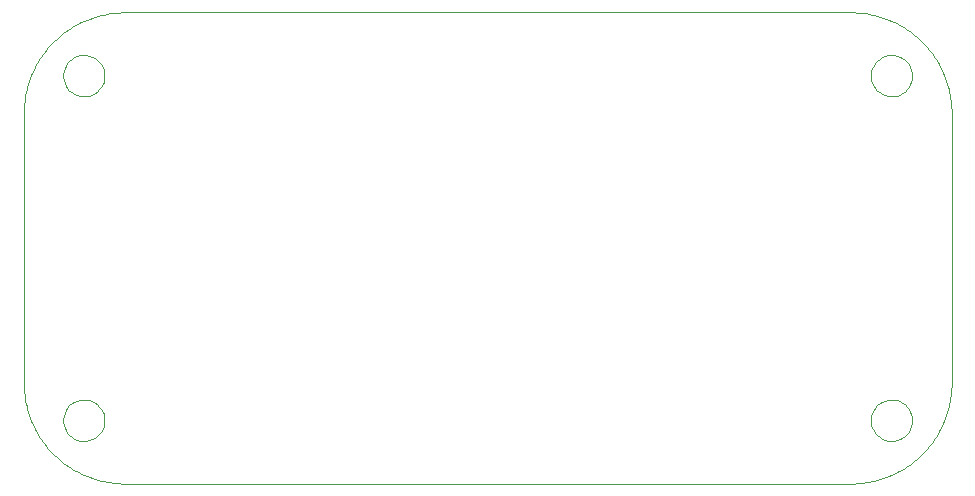
<source format=gm1>
G04*
G04 #@! TF.GenerationSoftware,Altium Limited,Altium Designer,21.0.8 (223)*
G04*
G04 Layer_Color=16711935*
%FSLAX25Y25*%
%MOIN*%
G70*
G04*
G04 #@! TF.SameCoordinates,8621C9AB-2149-4D62-AE91-D054FA90F696*
G04*
G04*
G04 #@! TF.FilePolarity,Positive*
G04*
G01*
G75*
%ADD12C,0.00394*%
D12*
X472Y39517D02*
X487Y38522D01*
X531Y37527D01*
X605Y36534D01*
X708Y35543D01*
X841Y34556D01*
X1002Y33574D01*
X1193Y32596D01*
X1412Y31625D01*
X1661Y30661D01*
X1937Y29704D01*
X2242Y28756D01*
X2575Y27818D01*
X2936Y26890D01*
X3324Y25972D01*
X3739Y25067D01*
X4180Y24174D01*
X4648Y23295D01*
X5141Y22431D01*
X5661Y21581D01*
X6204Y20747D01*
X6773Y19929D01*
X7365Y19129D01*
X7981Y18346D01*
X8620Y17582D01*
X9281Y16838D01*
X9964Y16113D01*
X10668Y15409D01*
X11393Y14726D01*
X12138Y14065D01*
X12902Y13426D01*
X13684Y12810D01*
X14484Y12218D01*
X15302Y11649D01*
X16136Y11105D01*
X16986Y10586D01*
X17851Y10092D01*
X18730Y9625D01*
X19622Y9183D01*
X20528Y8768D01*
X21445Y8381D01*
X22373Y8020D01*
X23312Y7687D01*
X24260Y7382D01*
X25216Y7106D01*
X26180Y6857D01*
X27152Y6638D01*
X28129Y6447D01*
X29112Y6285D01*
X30099Y6153D01*
X31089Y6050D01*
X32082Y5976D01*
X33077Y5932D01*
X34072Y5917D01*
X276124D02*
X277120Y5932D01*
X278115Y5976D01*
X279108Y6050D01*
X280098Y6153D01*
X281085Y6286D01*
X282068Y6447D01*
X283045Y6638D01*
X284017Y6857D01*
X284981Y7106D01*
X285938Y7382D01*
X286885Y7687D01*
X287824Y8020D01*
X288752Y8381D01*
X289669Y8768D01*
X290575Y9183D01*
X291467Y9625D01*
X292346Y10093D01*
X293211Y10586D01*
X294061Y11105D01*
X294895Y11649D01*
X295713Y12218D01*
X296513Y12810D01*
X297295Y13426D01*
X298059Y14065D01*
X298804Y14726D01*
X299529Y15409D01*
X300233Y16113D01*
X300916Y16838D01*
X301577Y17583D01*
X302216Y18347D01*
X302832Y19129D01*
X303424Y19929D01*
X303993Y20747D01*
X304537Y21581D01*
X305055Y22431D01*
X305549Y23296D01*
X306017Y24175D01*
X306458Y25067D01*
X306873Y25973D01*
X307261Y26890D01*
X307622Y27818D01*
X307955Y28756D01*
X308260Y29704D01*
X308536Y30661D01*
X308784Y31625D01*
X309004Y32597D01*
X309195Y33574D01*
X309356Y34557D01*
X309489Y35544D01*
X309592Y36534D01*
X309665Y37527D01*
X309710Y38522D01*
X309724Y39517D01*
Y129400D02*
X309710Y130396D01*
X309665Y131391D01*
X309592Y132384D01*
X309489Y133374D01*
X309356Y134361D01*
X309195Y135344D01*
X309004Y136321D01*
X308784Y137292D01*
X308536Y138257D01*
X308260Y139213D01*
X307955Y140161D01*
X307622Y141100D01*
X307261Y142028D01*
X306873Y142945D01*
X306458Y143850D01*
X306017Y144743D01*
X305549Y145622D01*
X305055Y146487D01*
X304536Y147336D01*
X303992Y148170D01*
X303424Y148988D01*
X302832Y149788D01*
X302216Y150571D01*
X301577Y151335D01*
X300916Y152079D01*
X300233Y152804D01*
X299529Y153508D01*
X298804Y154191D01*
X298059Y154852D01*
X297295Y155491D01*
X296513Y156107D01*
X295712Y156700D01*
X294895Y157268D01*
X294061Y157812D01*
X293211Y158331D01*
X292346Y158825D01*
X291467Y159292D01*
X290575Y159734D01*
X289669Y160149D01*
X288752Y160537D01*
X287824Y160897D01*
X286885Y161230D01*
X285938Y161535D01*
X284981Y161812D01*
X284017Y162060D01*
X283045Y162279D01*
X282068Y162470D01*
X281085Y162632D01*
X280098Y162764D01*
X279108Y162867D01*
X278115Y162941D01*
X277120Y162985D01*
X276124Y163000D01*
X34072D02*
X33077Y162985D01*
X32082Y162941D01*
X31089Y162867D01*
X30099Y162764D01*
X29111Y162632D01*
X28129Y162470D01*
X27152Y162279D01*
X26180Y162060D01*
X25216Y161812D01*
X24259Y161535D01*
X23311Y161230D01*
X22373Y160897D01*
X21445Y160537D01*
X20527Y160149D01*
X19622Y159734D01*
X18730Y159292D01*
X17851Y158825D01*
X16986Y158331D01*
X16136Y157812D01*
X15302Y157268D01*
X14484Y156700D01*
X13684Y156107D01*
X12901Y155491D01*
X12138Y154852D01*
X11393Y154191D01*
X10668Y153508D01*
X9964Y152804D01*
X9281Y152079D01*
X8620Y151335D01*
X7981Y150571D01*
X7365Y149788D01*
X6773Y148988D01*
X6204Y148170D01*
X5660Y147336D01*
X5141Y146487D01*
X4648Y145622D01*
X4180Y144743D01*
X3738Y143850D01*
X3323Y142945D01*
X2936Y142028D01*
X2575Y141100D01*
X2242Y140161D01*
X1937Y139213D01*
X1661Y138257D01*
X1412Y137292D01*
X1193Y136321D01*
X1002Y135343D01*
X841Y134361D01*
X708Y133374D01*
X605Y132383D01*
X531Y131390D01*
X487Y130396D01*
X472Y129400D01*
X27362Y27016D02*
X27289Y28019D01*
X27070Y29001D01*
X26711Y29940D01*
X26219Y30817D01*
X25604Y31613D01*
X24880Y32311D01*
X24062Y32897D01*
X23167Y33357D01*
X22215Y33681D01*
X21226Y33864D01*
X20221Y33901D01*
X19221Y33791D01*
X18248Y33536D01*
X17322Y33143D01*
X16464Y32619D01*
X15690Y31976D01*
X15019Y31227D01*
X14464Y30388D01*
X14037Y29477D01*
X13747Y28514D01*
X13601Y27519D01*
Y26513D01*
X13747Y25518D01*
X14037Y24554D01*
X14464Y23644D01*
X15019Y22805D01*
X15690Y22056D01*
X16464Y21412D01*
X17322Y20888D01*
X18248Y20495D01*
X19221Y20241D01*
X20221Y20131D01*
X21226Y20167D01*
X22215Y20350D01*
X23167Y20675D01*
X24062Y21135D01*
X24880Y21720D01*
X25604Y22418D01*
X26219Y23214D01*
X26711Y24091D01*
X27070Y25031D01*
X27289Y26013D01*
X27362Y27016D01*
X296614D02*
X296541Y28019D01*
X296322Y29001D01*
X295963Y29940D01*
X295470Y30817D01*
X294856Y31613D01*
X294132Y32311D01*
X293314Y32897D01*
X292419Y33357D01*
X291467Y33681D01*
X290478Y33864D01*
X289473Y33901D01*
X288473Y33791D01*
X287500Y33536D01*
X286574Y33143D01*
X285716Y32619D01*
X284942Y31976D01*
X284271Y31227D01*
X283716Y30388D01*
X283289Y29477D01*
X282999Y28514D01*
X282853Y27519D01*
Y26513D01*
X282999Y25518D01*
X283289Y24554D01*
X283716Y23644D01*
X284271Y22805D01*
X284942Y22056D01*
X285716Y21412D01*
X286574Y20888D01*
X287500Y20495D01*
X288473Y20241D01*
X289473Y20131D01*
X290478Y20167D01*
X291467Y20350D01*
X292419Y20675D01*
X293314Y21135D01*
X294132Y21720D01*
X294856Y22418D01*
X295470Y23214D01*
X295963Y24091D01*
X296322Y25031D01*
X296541Y26013D01*
X296614Y27016D01*
X27362Y141902D02*
X27289Y142905D01*
X27070Y143886D01*
X26711Y144826D01*
X26219Y145703D01*
X25604Y146499D01*
X24880Y147197D01*
X24062Y147783D01*
X23167Y148242D01*
X22215Y148567D01*
X21226Y148750D01*
X20221Y148787D01*
X19221Y148677D01*
X18248Y148422D01*
X17322Y148029D01*
X16464Y147505D01*
X15690Y146862D01*
X15019Y146112D01*
X14464Y145273D01*
X14037Y144363D01*
X13747Y143400D01*
X13601Y142404D01*
Y141399D01*
X13747Y140403D01*
X14037Y139440D01*
X14464Y138530D01*
X15019Y137691D01*
X15690Y136942D01*
X16464Y136298D01*
X17322Y135774D01*
X18248Y135381D01*
X19221Y135126D01*
X20221Y135016D01*
X21226Y135053D01*
X22215Y135236D01*
X23167Y135561D01*
X24062Y136021D01*
X24880Y136606D01*
X25604Y137304D01*
X26219Y138100D01*
X26711Y138977D01*
X27070Y139917D01*
X27289Y140898D01*
X27362Y141902D01*
X296614Y141901D02*
X296541Y142904D01*
X296322Y143886D01*
X295963Y144825D01*
X295470Y145702D01*
X294856Y146499D01*
X294132Y147197D01*
X293314Y147782D01*
X292419Y148242D01*
X291467Y148566D01*
X290478Y148749D01*
X289473Y148786D01*
X288473Y148676D01*
X287500Y148422D01*
X286574Y148028D01*
X285716Y147504D01*
X284942Y146861D01*
X284271Y146112D01*
X283716Y145273D01*
X283289Y144362D01*
X282999Y143399D01*
X282853Y142404D01*
Y141398D01*
X282999Y140403D01*
X283289Y139440D01*
X283716Y138529D01*
X284271Y137690D01*
X284942Y136941D01*
X285716Y136297D01*
X286574Y135773D01*
X287500Y135380D01*
X288473Y135126D01*
X289473Y135016D01*
X290478Y135052D01*
X291467Y135235D01*
X292419Y135560D01*
X293314Y136020D01*
X294132Y136605D01*
X294856Y137303D01*
X295470Y138099D01*
X295963Y138976D01*
X296322Y139916D01*
X296541Y140898D01*
X296614Y141901D01*
X472Y39517D02*
Y129400D01*
X34072Y163000D02*
X276124Y163000D01*
X34072Y5917D02*
X276124D01*
X309724Y39517D02*
Y129400D01*
M02*

</source>
